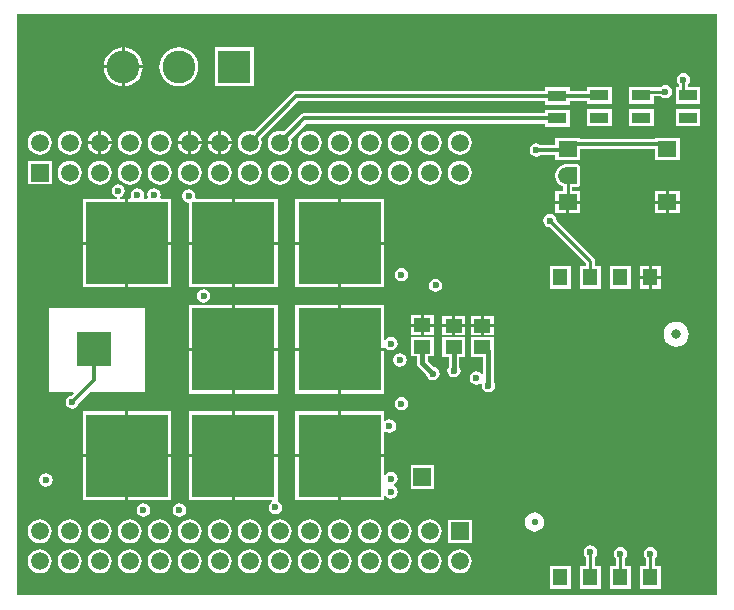
<source format=gtl>
G04*
G04 #@! TF.GenerationSoftware,Altium Limited,Altium Designer,22.0.2 (36)*
G04*
G04 Layer_Physical_Order=1*
G04 Layer_Color=255*
%FSLAX25Y25*%
%MOIN*%
G70*
G04*
G04 #@! TF.SameCoordinates,1C5B4622-B4AA-4E77-B977-5182896014AD*
G04*
G04*
G04 #@! TF.FilePolarity,Positive*
G04*
G01*
G75*
%ADD13R,0.06299X0.05492*%
%ADD14R,0.11811X0.11811*%
%ADD15R,0.27559X0.27559*%
%ADD16R,0.05709X0.04528*%
%ADD17R,0.05118X0.05512*%
%ADD18R,0.06102X0.03740*%
%ADD33R,0.01968X0.01968*%
%ADD34C,0.01373*%
%ADD35C,0.01000*%
%ADD36C,0.01500*%
%ADD37C,0.10925*%
%ADD38R,0.10925X0.10925*%
%ADD39C,0.05906*%
%ADD40R,0.05906X0.05906*%
%ADD41C,0.03150*%
%ADD42C,0.02165*%
%ADD43R,0.05906X0.05906*%
%ADD44C,0.02362*%
%ADD45C,0.01968*%
G36*
X234691Y1529D02*
X1529D01*
Y195321D01*
X234691D01*
Y1529D01*
D02*
G37*
%LPC*%
G36*
X37303Y184216D02*
Y178272D01*
X43248D01*
X43172Y179039D01*
X42803Y180257D01*
X42203Y181379D01*
X41395Y182363D01*
X40411Y183171D01*
X39288Y183771D01*
X38070Y184141D01*
X37303Y184216D01*
D02*
G37*
G36*
X36303D02*
X35536Y184141D01*
X34318Y183771D01*
X33195Y183171D01*
X32211Y182363D01*
X31404Y181379D01*
X30804Y180257D01*
X30434Y179039D01*
X30358Y178272D01*
X36303D01*
Y184216D01*
D02*
G37*
G36*
X43248Y177272D02*
X37303D01*
Y171327D01*
X38070Y171403D01*
X39288Y171772D01*
X40411Y172372D01*
X41395Y173180D01*
X42203Y174164D01*
X42803Y175287D01*
X43172Y176505D01*
X43248Y177272D01*
D02*
G37*
G36*
X36303D02*
X30358D01*
X30434Y176505D01*
X30804Y175287D01*
X31404Y174164D01*
X32211Y173180D01*
X33195Y172372D01*
X34318Y171772D01*
X35536Y171403D01*
X36303Y171327D01*
Y177272D01*
D02*
G37*
G36*
X80274Y184234D02*
X67348D01*
Y171309D01*
X80274D01*
Y184234D01*
D02*
G37*
G36*
X55307Y184265D02*
X54040Y184141D01*
X52822Y183771D01*
X51699Y183171D01*
X50715Y182363D01*
X49908Y181379D01*
X49308Y180257D01*
X48938Y179039D01*
X48813Y177772D01*
X48938Y176505D01*
X49308Y175287D01*
X49908Y174164D01*
X50715Y173180D01*
X51699Y172372D01*
X52822Y171772D01*
X54040Y171403D01*
X55307Y171278D01*
X56574Y171403D01*
X57792Y171772D01*
X58915Y172372D01*
X59899Y173180D01*
X60707Y174164D01*
X61307Y175287D01*
X61676Y176505D01*
X61801Y177772D01*
X61676Y179039D01*
X61307Y180257D01*
X60707Y181379D01*
X59899Y182363D01*
X58915Y183171D01*
X57792Y183771D01*
X56574Y184141D01*
X55307Y184265D01*
D02*
G37*
G36*
X217500Y171724D02*
X216649Y171555D01*
X215928Y171072D01*
X215899Y171029D01*
X213551D01*
Y171110D01*
X205449D01*
Y165370D01*
X213551D01*
Y167971D01*
X215899D01*
X215928Y167928D01*
X216649Y167446D01*
X217500Y167276D01*
X218351Y167446D01*
X219073Y167928D01*
X219555Y168649D01*
X219724Y169500D01*
X219555Y170351D01*
X219073Y171072D01*
X218351Y171555D01*
X217500Y171724D01*
D02*
G37*
G36*
X199551Y171110D02*
X191449D01*
Y169840D01*
X185551D01*
Y170870D01*
X177449D01*
Y169720D01*
X94449D01*
X94449Y169720D01*
X93791Y169589D01*
X93233Y169216D01*
X80255Y156238D01*
X79981Y156351D01*
X78949Y156487D01*
X77917Y156351D01*
X76955Y155953D01*
X76130Y155319D01*
X75496Y154493D01*
X75098Y153532D01*
X74962Y152500D01*
X75098Y151468D01*
X75496Y150507D01*
X76130Y149681D01*
X76955Y149047D01*
X77917Y148649D01*
X78949Y148513D01*
X79981Y148649D01*
X80942Y149047D01*
X81768Y149681D01*
X82402Y150507D01*
X82800Y151468D01*
X82936Y152500D01*
X82800Y153532D01*
X82686Y153806D01*
X95161Y166280D01*
X177449D01*
Y165130D01*
X185551D01*
Y166401D01*
X191449D01*
Y165370D01*
X199551D01*
Y171110D01*
D02*
G37*
G36*
X223500Y175724D02*
X222649Y175555D01*
X221927Y175073D01*
X221445Y174351D01*
X221276Y173500D01*
X221445Y172649D01*
X221927Y171927D01*
X221971Y171899D01*
Y171110D01*
X220949D01*
Y165370D01*
X229051D01*
Y171110D01*
X225029D01*
Y171899D01*
X225073Y171927D01*
X225555Y172649D01*
X225724Y173500D01*
X225555Y174351D01*
X225073Y175073D01*
X224351Y175555D01*
X223500Y175724D01*
D02*
G37*
G36*
X185551Y163390D02*
X177449D01*
Y162239D01*
X96969D01*
X96969Y162239D01*
X96311Y162108D01*
X95753Y161736D01*
X90255Y156238D01*
X89981Y156351D01*
X88949Y156487D01*
X87917Y156351D01*
X86955Y155953D01*
X86130Y155319D01*
X85496Y154493D01*
X85098Y153532D01*
X84962Y152500D01*
X85098Y151468D01*
X85496Y150507D01*
X86130Y149681D01*
X86955Y149047D01*
X87917Y148649D01*
X88949Y148513D01*
X89981Y148649D01*
X90942Y149047D01*
X91768Y149681D01*
X92401Y150507D01*
X92800Y151468D01*
X92936Y152500D01*
X92800Y153532D01*
X92686Y153806D01*
X97681Y158800D01*
X177449D01*
Y157650D01*
X185551D01*
Y163390D01*
D02*
G37*
G36*
X229051Y163630D02*
X220949D01*
Y157890D01*
X229051D01*
Y163630D01*
D02*
G37*
G36*
X213551D02*
X205449D01*
Y157890D01*
X213551D01*
Y163630D01*
D02*
G37*
G36*
X199551D02*
X191449D01*
Y157890D01*
X199551D01*
Y163630D01*
D02*
G37*
G36*
X222205Y154095D02*
X213906D01*
Y153720D01*
X189094D01*
Y154095D01*
X180795D01*
Y151720D01*
X175852D01*
X175351Y152055D01*
X174500Y152224D01*
X173649Y152055D01*
X172927Y151573D01*
X172445Y150851D01*
X172276Y150000D01*
X172445Y149149D01*
X172927Y148427D01*
X173649Y147945D01*
X174500Y147776D01*
X175351Y147945D01*
X175852Y148280D01*
X180795D01*
Y146602D01*
X189094D01*
Y150280D01*
X213906D01*
Y146602D01*
X222205D01*
Y154095D01*
D02*
G37*
G36*
X69449Y156421D02*
Y153000D01*
X72870D01*
X72800Y153532D01*
X72401Y154493D01*
X71768Y155319D01*
X70942Y155953D01*
X69981Y156351D01*
X69449Y156421D01*
D02*
G37*
G36*
X68449D02*
X67917Y156351D01*
X66955Y155953D01*
X66130Y155319D01*
X65496Y154493D01*
X65098Y153532D01*
X65028Y153000D01*
X68449D01*
Y156421D01*
D02*
G37*
G36*
X59449D02*
Y153000D01*
X62870D01*
X62800Y153532D01*
X62401Y154493D01*
X61768Y155319D01*
X60942Y155953D01*
X59981Y156351D01*
X59449Y156421D01*
D02*
G37*
G36*
X58449D02*
X57917Y156351D01*
X56955Y155953D01*
X56130Y155319D01*
X55496Y154493D01*
X55098Y153532D01*
X55028Y153000D01*
X58449D01*
Y156421D01*
D02*
G37*
G36*
X29449D02*
Y153000D01*
X32870D01*
X32800Y153532D01*
X32401Y154493D01*
X31768Y155319D01*
X30942Y155953D01*
X29981Y156351D01*
X29449Y156421D01*
D02*
G37*
G36*
X28449D02*
X27917Y156351D01*
X26955Y155953D01*
X26130Y155319D01*
X25496Y154493D01*
X25098Y153532D01*
X25028Y153000D01*
X28449D01*
Y156421D01*
D02*
G37*
G36*
X72870Y152000D02*
X69449D01*
Y148579D01*
X69981Y148649D01*
X70942Y149047D01*
X71768Y149681D01*
X72401Y150507D01*
X72800Y151468D01*
X72870Y152000D01*
D02*
G37*
G36*
X68449D02*
X65028D01*
X65098Y151468D01*
X65496Y150507D01*
X66130Y149681D01*
X66955Y149047D01*
X67917Y148649D01*
X68449Y148579D01*
Y152000D01*
D02*
G37*
G36*
X62870D02*
X59449D01*
Y148579D01*
X59981Y148649D01*
X60942Y149047D01*
X61768Y149681D01*
X62401Y150507D01*
X62800Y151468D01*
X62870Y152000D01*
D02*
G37*
G36*
X58449D02*
X55028D01*
X55098Y151468D01*
X55496Y150507D01*
X56130Y149681D01*
X56955Y149047D01*
X57917Y148649D01*
X58449Y148579D01*
Y152000D01*
D02*
G37*
G36*
X32870D02*
X29449D01*
Y148579D01*
X29981Y148649D01*
X30942Y149047D01*
X31768Y149681D01*
X32401Y150507D01*
X32800Y151468D01*
X32870Y152000D01*
D02*
G37*
G36*
X28449D02*
X25028D01*
X25098Y151468D01*
X25496Y150507D01*
X26130Y149681D01*
X26955Y149047D01*
X27917Y148649D01*
X28449Y148579D01*
Y152000D01*
D02*
G37*
G36*
X148949Y156487D02*
X147917Y156351D01*
X146955Y155953D01*
X146130Y155319D01*
X145496Y154493D01*
X145098Y153532D01*
X144962Y152500D01*
X145098Y151468D01*
X145496Y150507D01*
X146130Y149681D01*
X146955Y149047D01*
X147917Y148649D01*
X148949Y148513D01*
X149981Y148649D01*
X150942Y149047D01*
X151768Y149681D01*
X152401Y150507D01*
X152800Y151468D01*
X152936Y152500D01*
X152800Y153532D01*
X152401Y154493D01*
X151768Y155319D01*
X150942Y155953D01*
X149981Y156351D01*
X148949Y156487D01*
D02*
G37*
G36*
X138949D02*
X137917Y156351D01*
X136955Y155953D01*
X136130Y155319D01*
X135496Y154493D01*
X135098Y153532D01*
X134962Y152500D01*
X135098Y151468D01*
X135496Y150507D01*
X136130Y149681D01*
X136955Y149047D01*
X137917Y148649D01*
X138949Y148513D01*
X139981Y148649D01*
X140942Y149047D01*
X141768Y149681D01*
X142402Y150507D01*
X142800Y151468D01*
X142936Y152500D01*
X142800Y153532D01*
X142402Y154493D01*
X141768Y155319D01*
X140942Y155953D01*
X139981Y156351D01*
X138949Y156487D01*
D02*
G37*
G36*
X128949D02*
X127917Y156351D01*
X126955Y155953D01*
X126130Y155319D01*
X125496Y154493D01*
X125098Y153532D01*
X124962Y152500D01*
X125098Y151468D01*
X125496Y150507D01*
X126130Y149681D01*
X126955Y149047D01*
X127917Y148649D01*
X128949Y148513D01*
X129981Y148649D01*
X130942Y149047D01*
X131768Y149681D01*
X132402Y150507D01*
X132800Y151468D01*
X132936Y152500D01*
X132800Y153532D01*
X132402Y154493D01*
X131768Y155319D01*
X130942Y155953D01*
X129981Y156351D01*
X128949Y156487D01*
D02*
G37*
G36*
X118949D02*
X117917Y156351D01*
X116955Y155953D01*
X116130Y155319D01*
X115496Y154493D01*
X115098Y153532D01*
X114962Y152500D01*
X115098Y151468D01*
X115496Y150507D01*
X116130Y149681D01*
X116955Y149047D01*
X117917Y148649D01*
X118949Y148513D01*
X119981Y148649D01*
X120942Y149047D01*
X121768Y149681D01*
X122401Y150507D01*
X122800Y151468D01*
X122936Y152500D01*
X122800Y153532D01*
X122401Y154493D01*
X121768Y155319D01*
X120942Y155953D01*
X119981Y156351D01*
X118949Y156487D01*
D02*
G37*
G36*
X108949D02*
X107917Y156351D01*
X106955Y155953D01*
X106130Y155319D01*
X105496Y154493D01*
X105098Y153532D01*
X104962Y152500D01*
X105098Y151468D01*
X105496Y150507D01*
X106130Y149681D01*
X106955Y149047D01*
X107917Y148649D01*
X108949Y148513D01*
X109981Y148649D01*
X110942Y149047D01*
X111768Y149681D01*
X112401Y150507D01*
X112800Y151468D01*
X112936Y152500D01*
X112800Y153532D01*
X112401Y154493D01*
X111768Y155319D01*
X110942Y155953D01*
X109981Y156351D01*
X108949Y156487D01*
D02*
G37*
G36*
X98949D02*
X97917Y156351D01*
X96955Y155953D01*
X96130Y155319D01*
X95496Y154493D01*
X95098Y153532D01*
X94962Y152500D01*
X95098Y151468D01*
X95496Y150507D01*
X96130Y149681D01*
X96955Y149047D01*
X97917Y148649D01*
X98949Y148513D01*
X99981Y148649D01*
X100942Y149047D01*
X101768Y149681D01*
X102401Y150507D01*
X102800Y151468D01*
X102936Y152500D01*
X102800Y153532D01*
X102401Y154493D01*
X101768Y155319D01*
X100942Y155953D01*
X99981Y156351D01*
X98949Y156487D01*
D02*
G37*
G36*
X48949D02*
X47917Y156351D01*
X46955Y155953D01*
X46130Y155319D01*
X45496Y154493D01*
X45098Y153532D01*
X44962Y152500D01*
X45098Y151468D01*
X45496Y150507D01*
X46130Y149681D01*
X46955Y149047D01*
X47917Y148649D01*
X48949Y148513D01*
X49981Y148649D01*
X50942Y149047D01*
X51768Y149681D01*
X52402Y150507D01*
X52800Y151468D01*
X52936Y152500D01*
X52800Y153532D01*
X52402Y154493D01*
X51768Y155319D01*
X50942Y155953D01*
X49981Y156351D01*
X48949Y156487D01*
D02*
G37*
G36*
X38949D02*
X37917Y156351D01*
X36955Y155953D01*
X36130Y155319D01*
X35496Y154493D01*
X35098Y153532D01*
X34962Y152500D01*
X35098Y151468D01*
X35496Y150507D01*
X36130Y149681D01*
X36955Y149047D01*
X37917Y148649D01*
X38949Y148513D01*
X39981Y148649D01*
X40942Y149047D01*
X41768Y149681D01*
X42401Y150507D01*
X42800Y151468D01*
X42936Y152500D01*
X42800Y153532D01*
X42401Y154493D01*
X41768Y155319D01*
X40942Y155953D01*
X39981Y156351D01*
X38949Y156487D01*
D02*
G37*
G36*
X18949D02*
X17917Y156351D01*
X16955Y155953D01*
X16130Y155319D01*
X15496Y154493D01*
X15098Y153532D01*
X14962Y152500D01*
X15098Y151468D01*
X15496Y150507D01*
X16130Y149681D01*
X16955Y149047D01*
X17917Y148649D01*
X18949Y148513D01*
X19981Y148649D01*
X20942Y149047D01*
X21768Y149681D01*
X22401Y150507D01*
X22800Y151468D01*
X22936Y152500D01*
X22800Y153532D01*
X22401Y154493D01*
X21768Y155319D01*
X20942Y155953D01*
X19981Y156351D01*
X18949Y156487D01*
D02*
G37*
G36*
X8949D02*
X7917Y156351D01*
X6955Y155953D01*
X6130Y155319D01*
X5496Y154493D01*
X5098Y153532D01*
X4962Y152500D01*
X5098Y151468D01*
X5496Y150507D01*
X6130Y149681D01*
X6955Y149047D01*
X7917Y148649D01*
X8949Y148513D01*
X9981Y148649D01*
X10942Y149047D01*
X11768Y149681D01*
X12402Y150507D01*
X12800Y151468D01*
X12936Y152500D01*
X12800Y153532D01*
X12402Y154493D01*
X11768Y155319D01*
X10942Y155953D01*
X9981Y156351D01*
X8949Y156487D01*
D02*
G37*
G36*
X188094Y145275D02*
X184551D01*
X184525Y145270D01*
X184498Y145274D01*
X184210Y145259D01*
X184158Y145246D01*
X184104Y145248D01*
X183819Y145203D01*
X183768Y145184D01*
X183714Y145180D01*
X183436Y145106D01*
X183387Y145082D01*
X183334Y145073D01*
X183065Y144969D01*
X183019Y144941D01*
X182967Y144926D01*
X182710Y144795D01*
X182668Y144762D01*
X182618Y144742D01*
X182376Y144585D01*
X182337Y144547D01*
X182290Y144522D01*
X182065Y144340D01*
X182031Y144299D01*
X181986Y144269D01*
X181782Y144065D01*
X181752Y144020D01*
X181711Y143986D01*
X181529Y143762D01*
X181504Y143714D01*
X181466Y143675D01*
X181309Y143433D01*
X181289Y143383D01*
X181256Y143341D01*
X181125Y143084D01*
X181110Y143032D01*
X181082Y142986D01*
X180978Y142717D01*
X180969Y142664D01*
X180945Y142615D01*
X180871Y142337D01*
X180867Y142283D01*
X180849Y142233D01*
X180803Y141948D01*
X180806Y141894D01*
X180792Y141841D01*
X180777Y141553D01*
X180785Y141500D01*
X180777Y141447D01*
X180792Y141159D01*
X180806Y141106D01*
X180803Y141052D01*
X180849Y140768D01*
X180867Y140717D01*
X180871Y140663D01*
X180945Y140384D01*
X180969Y140336D01*
X180978Y140283D01*
X181082Y140014D01*
X181110Y139968D01*
X181125Y139916D01*
X181256Y139659D01*
X181289Y139617D01*
X181309Y139567D01*
X181466Y139325D01*
X181504Y139286D01*
X181529Y139239D01*
X181711Y139014D01*
X181752Y138980D01*
X181782Y138935D01*
X181986Y138731D01*
X182031Y138701D01*
X182065Y138660D01*
X182290Y138478D01*
X182337Y138453D01*
X182376Y138415D01*
X182618Y138258D01*
X182668Y138238D01*
X182710Y138205D01*
X182967Y138074D01*
X183019Y138059D01*
X183065Y138031D01*
X183334Y137927D01*
X183387Y137918D01*
X183415Y137904D01*
Y136398D01*
X180795D01*
Y133152D01*
X189094D01*
Y136398D01*
X186474D01*
Y137724D01*
X188094D01*
X188485Y137802D01*
X188815Y138023D01*
X189037Y138354D01*
X189114Y138744D01*
Y144256D01*
X189037Y144646D01*
X188815Y144977D01*
X188485Y145198D01*
X188094Y145275D01*
D02*
G37*
G36*
X12902Y146453D02*
X4996D01*
Y138547D01*
X12902D01*
Y146453D01*
D02*
G37*
G36*
X148949Y146487D02*
X147917Y146351D01*
X146955Y145953D01*
X146130Y145319D01*
X145496Y144493D01*
X145098Y143532D01*
X144962Y142500D01*
X145098Y141468D01*
X145496Y140507D01*
X146130Y139681D01*
X146955Y139047D01*
X147917Y138649D01*
X148949Y138513D01*
X149981Y138649D01*
X150942Y139047D01*
X151768Y139681D01*
X152401Y140507D01*
X152800Y141468D01*
X152936Y142500D01*
X152800Y143532D01*
X152401Y144493D01*
X151768Y145319D01*
X150942Y145953D01*
X149981Y146351D01*
X148949Y146487D01*
D02*
G37*
G36*
X138949D02*
X137917Y146351D01*
X136955Y145953D01*
X136130Y145319D01*
X135496Y144493D01*
X135098Y143532D01*
X134962Y142500D01*
X135098Y141468D01*
X135496Y140507D01*
X136130Y139681D01*
X136955Y139047D01*
X137917Y138649D01*
X138949Y138513D01*
X139981Y138649D01*
X140942Y139047D01*
X141768Y139681D01*
X142402Y140507D01*
X142800Y141468D01*
X142936Y142500D01*
X142800Y143532D01*
X142402Y144493D01*
X141768Y145319D01*
X140942Y145953D01*
X139981Y146351D01*
X138949Y146487D01*
D02*
G37*
G36*
X128949D02*
X127917Y146351D01*
X126955Y145953D01*
X126130Y145319D01*
X125496Y144493D01*
X125098Y143532D01*
X124962Y142500D01*
X125098Y141468D01*
X125496Y140507D01*
X126130Y139681D01*
X126955Y139047D01*
X127917Y138649D01*
X128949Y138513D01*
X129981Y138649D01*
X130942Y139047D01*
X131768Y139681D01*
X132402Y140507D01*
X132800Y141468D01*
X132936Y142500D01*
X132800Y143532D01*
X132402Y144493D01*
X131768Y145319D01*
X130942Y145953D01*
X129981Y146351D01*
X128949Y146487D01*
D02*
G37*
G36*
X118949D02*
X117917Y146351D01*
X116955Y145953D01*
X116130Y145319D01*
X115496Y144493D01*
X115098Y143532D01*
X114962Y142500D01*
X115098Y141468D01*
X115496Y140507D01*
X116130Y139681D01*
X116955Y139047D01*
X117917Y138649D01*
X118949Y138513D01*
X119981Y138649D01*
X120942Y139047D01*
X121768Y139681D01*
X122401Y140507D01*
X122800Y141468D01*
X122936Y142500D01*
X122800Y143532D01*
X122401Y144493D01*
X121768Y145319D01*
X120942Y145953D01*
X119981Y146351D01*
X118949Y146487D01*
D02*
G37*
G36*
X108949D02*
X107917Y146351D01*
X106955Y145953D01*
X106130Y145319D01*
X105496Y144493D01*
X105098Y143532D01*
X104962Y142500D01*
X105098Y141468D01*
X105496Y140507D01*
X106130Y139681D01*
X106955Y139047D01*
X107917Y138649D01*
X108949Y138513D01*
X109981Y138649D01*
X110942Y139047D01*
X111768Y139681D01*
X112401Y140507D01*
X112800Y141468D01*
X112936Y142500D01*
X112800Y143532D01*
X112401Y144493D01*
X111768Y145319D01*
X110942Y145953D01*
X109981Y146351D01*
X108949Y146487D01*
D02*
G37*
G36*
X98949D02*
X97917Y146351D01*
X96955Y145953D01*
X96130Y145319D01*
X95496Y144493D01*
X95098Y143532D01*
X94962Y142500D01*
X95098Y141468D01*
X95496Y140507D01*
X96130Y139681D01*
X96955Y139047D01*
X97917Y138649D01*
X98949Y138513D01*
X99981Y138649D01*
X100942Y139047D01*
X101768Y139681D01*
X102401Y140507D01*
X102800Y141468D01*
X102936Y142500D01*
X102800Y143532D01*
X102401Y144493D01*
X101768Y145319D01*
X100942Y145953D01*
X99981Y146351D01*
X98949Y146487D01*
D02*
G37*
G36*
X88949D02*
X87917Y146351D01*
X86955Y145953D01*
X86130Y145319D01*
X85496Y144493D01*
X85098Y143532D01*
X84962Y142500D01*
X85098Y141468D01*
X85496Y140507D01*
X86130Y139681D01*
X86955Y139047D01*
X87917Y138649D01*
X88949Y138513D01*
X89981Y138649D01*
X90942Y139047D01*
X91768Y139681D01*
X92401Y140507D01*
X92800Y141468D01*
X92936Y142500D01*
X92800Y143532D01*
X92401Y144493D01*
X91768Y145319D01*
X90942Y145953D01*
X89981Y146351D01*
X88949Y146487D01*
D02*
G37*
G36*
X78949D02*
X77917Y146351D01*
X76955Y145953D01*
X76130Y145319D01*
X75496Y144493D01*
X75098Y143532D01*
X74962Y142500D01*
X75098Y141468D01*
X75496Y140507D01*
X76130Y139681D01*
X76955Y139047D01*
X77917Y138649D01*
X78949Y138513D01*
X79981Y138649D01*
X80942Y139047D01*
X81768Y139681D01*
X82402Y140507D01*
X82800Y141468D01*
X82936Y142500D01*
X82800Y143532D01*
X82402Y144493D01*
X81768Y145319D01*
X80942Y145953D01*
X79981Y146351D01*
X78949Y146487D01*
D02*
G37*
G36*
X68949D02*
X67917Y146351D01*
X66955Y145953D01*
X66130Y145319D01*
X65496Y144493D01*
X65098Y143532D01*
X64962Y142500D01*
X65098Y141468D01*
X65496Y140507D01*
X66130Y139681D01*
X66955Y139047D01*
X67917Y138649D01*
X68949Y138513D01*
X69981Y138649D01*
X70942Y139047D01*
X71768Y139681D01*
X72401Y140507D01*
X72800Y141468D01*
X72936Y142500D01*
X72800Y143532D01*
X72401Y144493D01*
X71768Y145319D01*
X70942Y145953D01*
X69981Y146351D01*
X68949Y146487D01*
D02*
G37*
G36*
X58949D02*
X57917Y146351D01*
X56955Y145953D01*
X56130Y145319D01*
X55496Y144493D01*
X55098Y143532D01*
X54962Y142500D01*
X55098Y141468D01*
X55496Y140507D01*
X56130Y139681D01*
X56955Y139047D01*
X57917Y138649D01*
X58949Y138513D01*
X59981Y138649D01*
X60942Y139047D01*
X61768Y139681D01*
X62401Y140507D01*
X62800Y141468D01*
X62936Y142500D01*
X62800Y143532D01*
X62401Y144493D01*
X61768Y145319D01*
X60942Y145953D01*
X59981Y146351D01*
X58949Y146487D01*
D02*
G37*
G36*
X48949D02*
X47917Y146351D01*
X46955Y145953D01*
X46130Y145319D01*
X45496Y144493D01*
X45098Y143532D01*
X44962Y142500D01*
X45098Y141468D01*
X45496Y140507D01*
X46130Y139681D01*
X46955Y139047D01*
X47917Y138649D01*
X48949Y138513D01*
X49981Y138649D01*
X50942Y139047D01*
X51768Y139681D01*
X52402Y140507D01*
X52800Y141468D01*
X52936Y142500D01*
X52800Y143532D01*
X52402Y144493D01*
X51768Y145319D01*
X50942Y145953D01*
X49981Y146351D01*
X48949Y146487D01*
D02*
G37*
G36*
X38949D02*
X37917Y146351D01*
X36955Y145953D01*
X36130Y145319D01*
X35496Y144493D01*
X35098Y143532D01*
X34962Y142500D01*
X35098Y141468D01*
X35496Y140507D01*
X36130Y139681D01*
X36955Y139047D01*
X37917Y138649D01*
X38949Y138513D01*
X39981Y138649D01*
X40942Y139047D01*
X41768Y139681D01*
X42401Y140507D01*
X42800Y141468D01*
X42936Y142500D01*
X42800Y143532D01*
X42401Y144493D01*
X41768Y145319D01*
X40942Y145953D01*
X39981Y146351D01*
X38949Y146487D01*
D02*
G37*
G36*
X28949D02*
X27917Y146351D01*
X26955Y145953D01*
X26130Y145319D01*
X25496Y144493D01*
X25098Y143532D01*
X24962Y142500D01*
X25098Y141468D01*
X25496Y140507D01*
X26130Y139681D01*
X26955Y139047D01*
X27917Y138649D01*
X28949Y138513D01*
X29981Y138649D01*
X30942Y139047D01*
X31768Y139681D01*
X32401Y140507D01*
X32800Y141468D01*
X32936Y142500D01*
X32800Y143532D01*
X32401Y144493D01*
X31768Y145319D01*
X30942Y145953D01*
X29981Y146351D01*
X28949Y146487D01*
D02*
G37*
G36*
X18949D02*
X17917Y146351D01*
X16955Y145953D01*
X16130Y145319D01*
X15496Y144493D01*
X15098Y143532D01*
X14962Y142500D01*
X15098Y141468D01*
X15496Y140507D01*
X16130Y139681D01*
X16955Y139047D01*
X17917Y138649D01*
X18949Y138513D01*
X19981Y138649D01*
X20942Y139047D01*
X21768Y139681D01*
X22401Y140507D01*
X22800Y141468D01*
X22936Y142500D01*
X22800Y143532D01*
X22401Y144493D01*
X21768Y145319D01*
X20942Y145953D01*
X19981Y146351D01*
X18949Y146487D01*
D02*
G37*
G36*
X47000Y137224D02*
X46149Y137055D01*
X45428Y136573D01*
X44945Y135851D01*
X44776Y135000D01*
X44919Y134280D01*
X44637Y133780D01*
X43863D01*
X43580Y134280D01*
X43724Y135000D01*
X43555Y135851D01*
X43073Y136573D01*
X42351Y137055D01*
X41500Y137224D01*
X40649Y137055D01*
X39928Y136573D01*
X39445Y135851D01*
X39276Y135000D01*
X39419Y134280D01*
X39137Y133780D01*
X38500D01*
Y119500D01*
X52780D01*
Y133780D01*
X49363D01*
X49081Y134280D01*
X49224Y135000D01*
X49055Y135851D01*
X48572Y136573D01*
X47851Y137055D01*
X47000Y137224D01*
D02*
G37*
G36*
X222205Y136398D02*
X218555D01*
Y133151D01*
X222205D01*
Y136398D01*
D02*
G37*
G36*
X217555D02*
X213906D01*
Y133151D01*
X217555D01*
Y136398D01*
D02*
G37*
G36*
X222205Y132151D02*
X218555D01*
Y128905D01*
X222205D01*
Y132151D01*
D02*
G37*
G36*
X217555D02*
X213906D01*
Y128905D01*
X217555D01*
Y132151D01*
D02*
G37*
G36*
X189094Y132152D02*
X185445D01*
Y128905D01*
X189094D01*
Y132152D01*
D02*
G37*
G36*
X184445D02*
X180795D01*
Y128905D01*
X184445D01*
Y132152D01*
D02*
G37*
G36*
X88213Y133780D02*
X73933D01*
Y119500D01*
X88213D01*
Y133780D01*
D02*
G37*
G36*
X58585Y136905D02*
X57734Y136736D01*
X57013Y136254D01*
X56531Y135532D01*
X56361Y134681D01*
X56531Y133830D01*
X57013Y133109D01*
X57734Y132626D01*
X58585Y132457D01*
X58653Y132401D01*
Y119500D01*
X72933D01*
Y133780D01*
X61140D01*
X60729Y134280D01*
X60809Y134681D01*
X60640Y135532D01*
X60158Y136254D01*
X59436Y136736D01*
X58585Y136905D01*
D02*
G37*
G36*
X123646Y133780D02*
X109366D01*
Y119500D01*
X123646D01*
Y133780D01*
D02*
G37*
G36*
X108366D02*
X94087D01*
Y119500D01*
X108366D01*
Y133780D01*
D02*
G37*
G36*
X35138Y138641D02*
X34287Y138472D01*
X33565Y137990D01*
X33083Y137268D01*
X32914Y136417D01*
X33083Y135566D01*
X33565Y134845D01*
X34287Y134363D01*
X34705Y134280D01*
X34656Y133780D01*
X23221D01*
Y119500D01*
X37500D01*
Y133780D01*
X35620D01*
X35570Y134280D01*
X35989Y134363D01*
X36710Y134845D01*
X37192Y135566D01*
X37362Y136417D01*
X37192Y137268D01*
X36710Y137990D01*
X35989Y138472D01*
X35138Y138641D01*
D02*
G37*
G36*
X216059Y111339D02*
X213000D01*
Y108083D01*
X216059D01*
Y111339D01*
D02*
G37*
G36*
X212000D02*
X208941D01*
Y108083D01*
X212000D01*
Y111339D01*
D02*
G37*
G36*
X129500Y110724D02*
X128649Y110555D01*
X127927Y110073D01*
X127445Y109351D01*
X127276Y108500D01*
X127445Y107649D01*
X127927Y106928D01*
X128649Y106446D01*
X129500Y106276D01*
X130351Y106446D01*
X131072Y106928D01*
X131554Y107649D01*
X131724Y108500D01*
X131554Y109351D01*
X131072Y110073D01*
X130351Y110555D01*
X129500Y110724D01*
D02*
G37*
G36*
X123646Y118500D02*
X109366D01*
Y104220D01*
X123646D01*
Y118500D01*
D02*
G37*
G36*
X108366D02*
X94087D01*
Y104220D01*
X108366D01*
Y118500D01*
D02*
G37*
G36*
X88213Y118500D02*
X73933D01*
Y104220D01*
X88213D01*
Y118500D01*
D02*
G37*
G36*
X72933D02*
X58653D01*
Y104220D01*
X72933D01*
Y118500D01*
D02*
G37*
G36*
X52780Y118500D02*
X38500D01*
Y104220D01*
X52780D01*
Y118500D01*
D02*
G37*
G36*
X37500D02*
X23221D01*
Y104220D01*
X37500D01*
Y118500D01*
D02*
G37*
G36*
X216059Y107083D02*
X213000D01*
Y103827D01*
X216059D01*
Y107083D01*
D02*
G37*
G36*
X212000D02*
X208941D01*
Y103827D01*
X212000D01*
Y107083D01*
D02*
G37*
G36*
X206059Y111339D02*
X198941D01*
Y103827D01*
X206059D01*
Y111339D01*
D02*
G37*
G36*
X179000Y128724D02*
X178149Y128554D01*
X177427Y128073D01*
X176945Y127351D01*
X176776Y126500D01*
X176945Y125649D01*
X177427Y124927D01*
X178149Y124445D01*
X179000Y124276D01*
X179051Y124286D01*
X190971Y112366D01*
Y111339D01*
X188941D01*
Y103827D01*
X196059D01*
Y111339D01*
X194029D01*
Y113000D01*
X193913Y113585D01*
X193581Y114081D01*
X181214Y126449D01*
X181224Y126500D01*
X181054Y127351D01*
X180572Y128073D01*
X179851Y128554D01*
X179000Y128724D01*
D02*
G37*
G36*
X186059Y111339D02*
X178941D01*
Y103827D01*
X186059D01*
Y111339D01*
D02*
G37*
G36*
X140911Y107135D02*
X140060Y106966D01*
X139339Y106484D01*
X138857Y105762D01*
X138688Y104911D01*
X138857Y104060D01*
X139339Y103339D01*
X140060Y102857D01*
X140911Y102688D01*
X141762Y102857D01*
X142484Y103339D01*
X142966Y104060D01*
X143135Y104911D01*
X142966Y105762D01*
X142484Y106484D01*
X141762Y106966D01*
X140911Y107135D01*
D02*
G37*
G36*
X63563Y103606D02*
X62712Y103437D01*
X61990Y102954D01*
X61509Y102233D01*
X61339Y101382D01*
X61509Y100531D01*
X61990Y99809D01*
X62712Y99327D01*
X63563Y99158D01*
X64414Y99327D01*
X65136Y99809D01*
X65618Y100531D01*
X65787Y101382D01*
X65618Y102233D01*
X65136Y102954D01*
X64414Y103437D01*
X63563Y103606D01*
D02*
G37*
G36*
X140354Y94850D02*
X137000D01*
Y92087D01*
X140354D01*
Y94850D01*
D02*
G37*
G36*
X136000D02*
X132646D01*
Y92087D01*
X136000D01*
Y94850D01*
D02*
G37*
G36*
X160354Y94764D02*
X157000D01*
Y92000D01*
X160354D01*
Y94764D01*
D02*
G37*
G36*
X150854D02*
X147500D01*
Y92000D01*
X150854D01*
Y94764D01*
D02*
G37*
G36*
X156000D02*
X152646D01*
Y92000D01*
X156000D01*
Y94764D01*
D02*
G37*
G36*
X146500D02*
X143146D01*
Y92000D01*
X146500D01*
Y94764D01*
D02*
G37*
G36*
X140354Y91087D02*
X137000D01*
Y88323D01*
X140354D01*
Y91087D01*
D02*
G37*
G36*
X136000D02*
X132646D01*
Y88323D01*
X136000D01*
Y91087D01*
D02*
G37*
G36*
X160354Y91000D02*
X157000D01*
Y88236D01*
X160354D01*
Y91000D01*
D02*
G37*
G36*
X156000D02*
X152646D01*
Y88236D01*
X156000D01*
Y91000D01*
D02*
G37*
G36*
X150854D02*
X147500D01*
Y88236D01*
X150854D01*
Y91000D01*
D02*
G37*
G36*
X146500D02*
X143146D01*
Y88236D01*
X146500D01*
Y91000D01*
D02*
G37*
G36*
X221122Y92792D02*
X220039Y92649D01*
X219029Y92231D01*
X218162Y91566D01*
X217497Y90699D01*
X217079Y89690D01*
X216937Y88606D01*
X217079Y87523D01*
X217497Y86514D01*
X218162Y85647D01*
X219029Y84982D01*
X220039Y84563D01*
X221122Y84421D01*
X222205Y84563D01*
X223215Y84982D01*
X224082Y85647D01*
X224747Y86514D01*
X225165Y87523D01*
X225307Y88606D01*
X225165Y89690D01*
X224747Y90699D01*
X224082Y91566D01*
X223215Y92231D01*
X222205Y92649D01*
X221122Y92792D01*
D02*
G37*
G36*
X88213Y98347D02*
X73933D01*
Y84067D01*
X88213D01*
Y98347D01*
D02*
G37*
G36*
X72933D02*
X58653D01*
Y84067D01*
X72933D01*
Y98347D01*
D02*
G37*
G36*
X108366D02*
X94087D01*
Y84067D01*
X108366D01*
Y98347D01*
D02*
G37*
G36*
X123646D02*
X109366D01*
Y84067D01*
X123646D01*
Y84198D01*
X124146Y84349D01*
X124427Y83928D01*
X125149Y83446D01*
X126000Y83276D01*
X126851Y83446D01*
X127573Y83928D01*
X128054Y84649D01*
X128224Y85500D01*
X128054Y86351D01*
X127573Y87072D01*
X126851Y87555D01*
X126000Y87724D01*
X125149Y87555D01*
X124427Y87072D01*
X124146Y86651D01*
X123646Y86802D01*
Y98347D01*
D02*
G37*
G36*
X129000Y82224D02*
X128149Y82055D01*
X127427Y81573D01*
X126945Y80851D01*
X126776Y80000D01*
X126945Y79149D01*
X127427Y78427D01*
X128149Y77946D01*
X129000Y77776D01*
X129851Y77946D01*
X130572Y78427D01*
X131054Y79149D01*
X131224Y80000D01*
X131054Y80851D01*
X130572Y81573D01*
X129851Y82055D01*
X129000Y82224D01*
D02*
G37*
G36*
X160354Y87677D02*
X152646D01*
Y81150D01*
X156716D01*
Y75510D01*
X156216Y75358D01*
X156072Y75573D01*
X155351Y76055D01*
X154500Y76224D01*
X153649Y76055D01*
X152927Y75573D01*
X152445Y74851D01*
X152276Y74000D01*
X152445Y73149D01*
X152927Y72427D01*
X153649Y71946D01*
X154500Y71776D01*
X155351Y71946D01*
X155932Y72334D01*
X156390Y72071D01*
X156276Y71500D01*
X156446Y70649D01*
X156928Y69928D01*
X157649Y69446D01*
X158500Y69276D01*
X159351Y69446D01*
X160073Y69928D01*
X160555Y70649D01*
X160724Y71500D01*
X160555Y72351D01*
X160284Y72755D01*
Y81150D01*
X160354D01*
Y87677D01*
D02*
G37*
G36*
X150854D02*
X143146D01*
Y81150D01*
X145216D01*
Y77755D01*
X144946Y77351D01*
X144776Y76500D01*
X144946Y75649D01*
X145428Y74928D01*
X146149Y74445D01*
X147000Y74276D01*
X147851Y74445D01*
X148573Y74928D01*
X149055Y75649D01*
X149224Y76500D01*
X149055Y77351D01*
X148784Y77755D01*
Y81150D01*
X150854D01*
Y87677D01*
D02*
G37*
G36*
X140354Y87764D02*
X132646D01*
Y81236D01*
X134716D01*
Y79000D01*
X134852Y78317D01*
X135238Y77738D01*
X137850Y75126D01*
X137945Y74649D01*
X138427Y73927D01*
X139149Y73445D01*
X140000Y73276D01*
X140851Y73445D01*
X141572Y73927D01*
X142054Y74649D01*
X142224Y75500D01*
X142054Y76351D01*
X141572Y77073D01*
X140851Y77555D01*
X140374Y77649D01*
X138284Y79739D01*
Y81236D01*
X140354D01*
Y87764D01*
D02*
G37*
G36*
X123646Y83067D02*
X109366D01*
Y68787D01*
X123646D01*
Y83067D01*
D02*
G37*
G36*
X108366D02*
X94087D01*
Y68787D01*
X108366D01*
Y83067D01*
D02*
G37*
G36*
X88213Y83067D02*
X73933D01*
Y68787D01*
X88213D01*
Y83067D01*
D02*
G37*
G36*
X72933D02*
X58653D01*
Y68787D01*
X72933D01*
Y83067D01*
D02*
G37*
G36*
X44087Y97197D02*
X12197D01*
Y69500D01*
X20191D01*
X20382Y69038D01*
X19516Y68172D01*
X18925Y68054D01*
X18203Y67572D01*
X17721Y66851D01*
X17552Y66000D01*
X17721Y65149D01*
X18203Y64428D01*
X18925Y63946D01*
X19776Y63776D01*
X20627Y63946D01*
X21348Y64428D01*
X21831Y65149D01*
X21948Y65740D01*
X25708Y69500D01*
X44087D01*
Y69697D01*
Y97197D01*
D02*
G37*
G36*
X129500Y67724D02*
X128649Y67554D01*
X127927Y67072D01*
X127445Y66351D01*
X127276Y65500D01*
X127445Y64649D01*
X127927Y63928D01*
X128649Y63446D01*
X129500Y63276D01*
X130351Y63446D01*
X131072Y63928D01*
X131554Y64649D01*
X131724Y65500D01*
X131554Y66351D01*
X131072Y67072D01*
X130351Y67554D01*
X129500Y67724D01*
D02*
G37*
G36*
X123646Y62913D02*
X109366D01*
Y48634D01*
X123646D01*
Y56018D01*
X124146Y56282D01*
X124649Y55945D01*
X125500Y55776D01*
X126351Y55945D01*
X127073Y56428D01*
X127555Y57149D01*
X127724Y58000D01*
X127555Y58851D01*
X127073Y59572D01*
X126351Y60054D01*
X125500Y60224D01*
X124649Y60054D01*
X124146Y59718D01*
X123646Y59982D01*
Y62913D01*
D02*
G37*
G36*
X88213D02*
X73933D01*
Y48634D01*
X88213D01*
Y62913D01*
D02*
G37*
G36*
X72933D02*
X58653D01*
Y48634D01*
X72933D01*
Y62913D01*
D02*
G37*
G36*
X52780D02*
X38500D01*
Y48634D01*
X52780D01*
Y62913D01*
D02*
G37*
G36*
X37500D02*
X23221D01*
Y48634D01*
X37500D01*
Y62913D01*
D02*
G37*
G36*
X108366D02*
X94087D01*
Y48634D01*
X108366D01*
Y62913D01*
D02*
G37*
G36*
X11000Y42224D02*
X10149Y42055D01*
X9427Y41572D01*
X8945Y40851D01*
X8776Y40000D01*
X8945Y39149D01*
X9427Y38427D01*
X10149Y37945D01*
X11000Y37776D01*
X11851Y37945D01*
X12573Y38427D01*
X13055Y39149D01*
X13224Y40000D01*
X13055Y40851D01*
X12573Y41572D01*
X11851Y42055D01*
X11000Y42224D01*
D02*
G37*
G36*
X140453Y44953D02*
X132547D01*
Y37047D01*
X140453D01*
Y44953D01*
D02*
G37*
G36*
X123646Y47634D02*
X109366D01*
Y33354D01*
X123646D01*
Y34698D01*
X124146Y34849D01*
X124427Y34427D01*
X125149Y33945D01*
X126000Y33776D01*
X126851Y33945D01*
X127573Y34427D01*
X128054Y35149D01*
X128224Y36000D01*
X128054Y36851D01*
X127573Y37573D01*
X126974Y37972D01*
X126943Y38091D01*
Y38409D01*
X126974Y38528D01*
X127573Y38928D01*
X128054Y39649D01*
X128224Y40500D01*
X128054Y41351D01*
X127573Y42072D01*
X126851Y42555D01*
X126000Y42724D01*
X125149Y42555D01*
X124427Y42072D01*
X124146Y41651D01*
X123646Y41802D01*
Y47634D01*
D02*
G37*
G36*
X108366D02*
X94087D01*
Y33354D01*
X108366D01*
Y47634D01*
D02*
G37*
G36*
X72933Y47634D02*
X58653D01*
Y33354D01*
X72933D01*
Y47634D01*
D02*
G37*
G36*
X52780Y47634D02*
X38500D01*
Y33354D01*
X52780D01*
Y47634D01*
D02*
G37*
G36*
X37500D02*
X23221D01*
Y33354D01*
X37500D01*
Y47634D01*
D02*
G37*
G36*
X88213Y47634D02*
X73933D01*
Y33354D01*
X86363D01*
X86514Y32854D01*
X85927Y32462D01*
X85445Y31741D01*
X85276Y30890D01*
X85445Y30039D01*
X85927Y29317D01*
X86649Y28835D01*
X87500Y28666D01*
X88351Y28835D01*
X89073Y29317D01*
X89555Y30039D01*
X89724Y30890D01*
X89555Y31741D01*
X89073Y32462D01*
X88381Y32924D01*
X88279Y33184D01*
X88213Y33407D01*
X88213Y33482D01*
Y47634D01*
D02*
G37*
G36*
X55500Y32224D02*
X54649Y32055D01*
X53927Y31572D01*
X53446Y30851D01*
X53276Y30000D01*
X53446Y29149D01*
X53927Y28427D01*
X54649Y27945D01*
X55500Y27776D01*
X56351Y27945D01*
X57073Y28427D01*
X57555Y29149D01*
X57724Y30000D01*
X57555Y30851D01*
X57073Y31572D01*
X56351Y32055D01*
X55500Y32224D01*
D02*
G37*
G36*
X43500D02*
X42649Y32055D01*
X41927Y31572D01*
X41445Y30851D01*
X41276Y30000D01*
X41445Y29149D01*
X41927Y28427D01*
X42649Y27945D01*
X43500Y27776D01*
X44351Y27945D01*
X45072Y28427D01*
X45555Y29149D01*
X45724Y30000D01*
X45555Y30851D01*
X45072Y31572D01*
X44351Y32055D01*
X43500Y32224D01*
D02*
G37*
G36*
X173878Y29201D02*
X173052Y29092D01*
X172282Y28773D01*
X171620Y28265D01*
X171113Y27604D01*
X170794Y26834D01*
X170685Y26008D01*
X170794Y25181D01*
X171113Y24411D01*
X171620Y23750D01*
X172282Y23243D01*
X173052Y22924D01*
X173878Y22815D01*
X174704Y22924D01*
X175474Y23243D01*
X176136Y23750D01*
X176643Y24411D01*
X176962Y25181D01*
X177071Y26008D01*
X176962Y26834D01*
X176643Y27604D01*
X176136Y28265D01*
X175474Y28773D01*
X174704Y29092D01*
X173878Y29201D01*
D02*
G37*
G36*
X152902Y26842D02*
X144996D01*
Y18937D01*
X152902D01*
Y26842D01*
D02*
G37*
G36*
X138949Y26877D02*
X137917Y26741D01*
X136955Y26342D01*
X136130Y25709D01*
X135496Y24883D01*
X135098Y23922D01*
X134962Y22890D01*
X135098Y21858D01*
X135496Y20896D01*
X136130Y20071D01*
X136955Y19437D01*
X137917Y19039D01*
X138949Y18903D01*
X139981Y19039D01*
X140942Y19437D01*
X141768Y20071D01*
X142402Y20896D01*
X142800Y21858D01*
X142936Y22890D01*
X142800Y23922D01*
X142402Y24883D01*
X141768Y25709D01*
X140942Y26342D01*
X139981Y26741D01*
X138949Y26877D01*
D02*
G37*
G36*
X128949D02*
X127917Y26741D01*
X126955Y26342D01*
X126130Y25709D01*
X125496Y24883D01*
X125098Y23922D01*
X124962Y22890D01*
X125098Y21858D01*
X125496Y20896D01*
X126130Y20071D01*
X126955Y19437D01*
X127917Y19039D01*
X128949Y18903D01*
X129981Y19039D01*
X130942Y19437D01*
X131768Y20071D01*
X132402Y20896D01*
X132800Y21858D01*
X132936Y22890D01*
X132800Y23922D01*
X132402Y24883D01*
X131768Y25709D01*
X130942Y26342D01*
X129981Y26741D01*
X128949Y26877D01*
D02*
G37*
G36*
X118949D02*
X117917Y26741D01*
X116955Y26342D01*
X116130Y25709D01*
X115496Y24883D01*
X115098Y23922D01*
X114962Y22890D01*
X115098Y21858D01*
X115496Y20896D01*
X116130Y20071D01*
X116955Y19437D01*
X117917Y19039D01*
X118949Y18903D01*
X119981Y19039D01*
X120942Y19437D01*
X121768Y20071D01*
X122401Y20896D01*
X122800Y21858D01*
X122936Y22890D01*
X122800Y23922D01*
X122401Y24883D01*
X121768Y25709D01*
X120942Y26342D01*
X119981Y26741D01*
X118949Y26877D01*
D02*
G37*
G36*
X108949D02*
X107917Y26741D01*
X106955Y26342D01*
X106130Y25709D01*
X105496Y24883D01*
X105098Y23922D01*
X104962Y22890D01*
X105098Y21858D01*
X105496Y20896D01*
X106130Y20071D01*
X106955Y19437D01*
X107917Y19039D01*
X108949Y18903D01*
X109981Y19039D01*
X110942Y19437D01*
X111768Y20071D01*
X112401Y20896D01*
X112800Y21858D01*
X112936Y22890D01*
X112800Y23922D01*
X112401Y24883D01*
X111768Y25709D01*
X110942Y26342D01*
X109981Y26741D01*
X108949Y26877D01*
D02*
G37*
G36*
X98949D02*
X97917Y26741D01*
X96955Y26342D01*
X96130Y25709D01*
X95496Y24883D01*
X95098Y23922D01*
X94962Y22890D01*
X95098Y21858D01*
X95496Y20896D01*
X96130Y20071D01*
X96955Y19437D01*
X97917Y19039D01*
X98949Y18903D01*
X99981Y19039D01*
X100942Y19437D01*
X101768Y20071D01*
X102401Y20896D01*
X102800Y21858D01*
X102936Y22890D01*
X102800Y23922D01*
X102401Y24883D01*
X101768Y25709D01*
X100942Y26342D01*
X99981Y26741D01*
X98949Y26877D01*
D02*
G37*
G36*
X88949D02*
X87917Y26741D01*
X86955Y26342D01*
X86130Y25709D01*
X85496Y24883D01*
X85098Y23922D01*
X84962Y22890D01*
X85098Y21858D01*
X85496Y20896D01*
X86130Y20071D01*
X86955Y19437D01*
X87917Y19039D01*
X88949Y18903D01*
X89981Y19039D01*
X90942Y19437D01*
X91768Y20071D01*
X92401Y20896D01*
X92800Y21858D01*
X92936Y22890D01*
X92800Y23922D01*
X92401Y24883D01*
X91768Y25709D01*
X90942Y26342D01*
X89981Y26741D01*
X88949Y26877D01*
D02*
G37*
G36*
X78949D02*
X77917Y26741D01*
X76955Y26342D01*
X76130Y25709D01*
X75496Y24883D01*
X75098Y23922D01*
X74962Y22890D01*
X75098Y21858D01*
X75496Y20896D01*
X76130Y20071D01*
X76955Y19437D01*
X77917Y19039D01*
X78949Y18903D01*
X79981Y19039D01*
X80942Y19437D01*
X81768Y20071D01*
X82402Y20896D01*
X82800Y21858D01*
X82936Y22890D01*
X82800Y23922D01*
X82402Y24883D01*
X81768Y25709D01*
X80942Y26342D01*
X79981Y26741D01*
X78949Y26877D01*
D02*
G37*
G36*
X68949D02*
X67917Y26741D01*
X66955Y26342D01*
X66130Y25709D01*
X65496Y24883D01*
X65098Y23922D01*
X64962Y22890D01*
X65098Y21858D01*
X65496Y20896D01*
X66130Y20071D01*
X66955Y19437D01*
X67917Y19039D01*
X68949Y18903D01*
X69981Y19039D01*
X70942Y19437D01*
X71768Y20071D01*
X72401Y20896D01*
X72800Y21858D01*
X72936Y22890D01*
X72800Y23922D01*
X72401Y24883D01*
X71768Y25709D01*
X70942Y26342D01*
X69981Y26741D01*
X68949Y26877D01*
D02*
G37*
G36*
X58949D02*
X57917Y26741D01*
X56955Y26342D01*
X56130Y25709D01*
X55496Y24883D01*
X55098Y23922D01*
X54962Y22890D01*
X55098Y21858D01*
X55496Y20896D01*
X56130Y20071D01*
X56955Y19437D01*
X57917Y19039D01*
X58949Y18903D01*
X59981Y19039D01*
X60942Y19437D01*
X61768Y20071D01*
X62401Y20896D01*
X62800Y21858D01*
X62936Y22890D01*
X62800Y23922D01*
X62401Y24883D01*
X61768Y25709D01*
X60942Y26342D01*
X59981Y26741D01*
X58949Y26877D01*
D02*
G37*
G36*
X48949D02*
X47917Y26741D01*
X46955Y26342D01*
X46130Y25709D01*
X45496Y24883D01*
X45098Y23922D01*
X44962Y22890D01*
X45098Y21858D01*
X45496Y20896D01*
X46130Y20071D01*
X46955Y19437D01*
X47917Y19039D01*
X48949Y18903D01*
X49981Y19039D01*
X50942Y19437D01*
X51768Y20071D01*
X52402Y20896D01*
X52800Y21858D01*
X52936Y22890D01*
X52800Y23922D01*
X52402Y24883D01*
X51768Y25709D01*
X50942Y26342D01*
X49981Y26741D01*
X48949Y26877D01*
D02*
G37*
G36*
X38949D02*
X37917Y26741D01*
X36955Y26342D01*
X36130Y25709D01*
X35496Y24883D01*
X35098Y23922D01*
X34962Y22890D01*
X35098Y21858D01*
X35496Y20896D01*
X36130Y20071D01*
X36955Y19437D01*
X37917Y19039D01*
X38949Y18903D01*
X39981Y19039D01*
X40942Y19437D01*
X41768Y20071D01*
X42401Y20896D01*
X42800Y21858D01*
X42936Y22890D01*
X42800Y23922D01*
X42401Y24883D01*
X41768Y25709D01*
X40942Y26342D01*
X39981Y26741D01*
X38949Y26877D01*
D02*
G37*
G36*
X28949D02*
X27917Y26741D01*
X26955Y26342D01*
X26130Y25709D01*
X25496Y24883D01*
X25098Y23922D01*
X24962Y22890D01*
X25098Y21858D01*
X25496Y20896D01*
X26130Y20071D01*
X26955Y19437D01*
X27917Y19039D01*
X28949Y18903D01*
X29981Y19039D01*
X30942Y19437D01*
X31768Y20071D01*
X32401Y20896D01*
X32800Y21858D01*
X32936Y22890D01*
X32800Y23922D01*
X32401Y24883D01*
X31768Y25709D01*
X30942Y26342D01*
X29981Y26741D01*
X28949Y26877D01*
D02*
G37*
G36*
X18949D02*
X17917Y26741D01*
X16955Y26342D01*
X16130Y25709D01*
X15496Y24883D01*
X15098Y23922D01*
X14962Y22890D01*
X15098Y21858D01*
X15496Y20896D01*
X16130Y20071D01*
X16955Y19437D01*
X17917Y19039D01*
X18949Y18903D01*
X19981Y19039D01*
X20942Y19437D01*
X21768Y20071D01*
X22401Y20896D01*
X22800Y21858D01*
X22936Y22890D01*
X22800Y23922D01*
X22401Y24883D01*
X21768Y25709D01*
X20942Y26342D01*
X19981Y26741D01*
X18949Y26877D01*
D02*
G37*
G36*
X8949D02*
X7917Y26741D01*
X6955Y26342D01*
X6130Y25709D01*
X5496Y24883D01*
X5098Y23922D01*
X4962Y22890D01*
X5098Y21858D01*
X5496Y20896D01*
X6130Y20071D01*
X6955Y19437D01*
X7917Y19039D01*
X8949Y18903D01*
X9981Y19039D01*
X10942Y19437D01*
X11768Y20071D01*
X12402Y20896D01*
X12800Y21858D01*
X12936Y22890D01*
X12800Y23922D01*
X12402Y24883D01*
X11768Y25709D01*
X10942Y26342D01*
X9981Y26741D01*
X8949Y26877D01*
D02*
G37*
G36*
X148949Y16877D02*
X147917Y16741D01*
X146955Y16342D01*
X146130Y15709D01*
X145496Y14883D01*
X145098Y13922D01*
X144962Y12890D01*
X145098Y11858D01*
X145496Y10896D01*
X146130Y10071D01*
X146955Y9437D01*
X147917Y9039D01*
X148949Y8903D01*
X149981Y9039D01*
X150942Y9437D01*
X151768Y10071D01*
X152401Y10896D01*
X152800Y11858D01*
X152936Y12890D01*
X152800Y13922D01*
X152401Y14883D01*
X151768Y15709D01*
X150942Y16342D01*
X149981Y16741D01*
X148949Y16877D01*
D02*
G37*
G36*
X138949D02*
X137917Y16741D01*
X136955Y16342D01*
X136130Y15709D01*
X135496Y14883D01*
X135098Y13922D01*
X134962Y12890D01*
X135098Y11858D01*
X135496Y10896D01*
X136130Y10071D01*
X136955Y9437D01*
X137917Y9039D01*
X138949Y8903D01*
X139981Y9039D01*
X140942Y9437D01*
X141768Y10071D01*
X142402Y10896D01*
X142800Y11858D01*
X142936Y12890D01*
X142800Y13922D01*
X142402Y14883D01*
X141768Y15709D01*
X140942Y16342D01*
X139981Y16741D01*
X138949Y16877D01*
D02*
G37*
G36*
X128949D02*
X127917Y16741D01*
X126955Y16342D01*
X126130Y15709D01*
X125496Y14883D01*
X125098Y13922D01*
X124962Y12890D01*
X125098Y11858D01*
X125496Y10896D01*
X126130Y10071D01*
X126955Y9437D01*
X127917Y9039D01*
X128949Y8903D01*
X129981Y9039D01*
X130942Y9437D01*
X131768Y10071D01*
X132402Y10896D01*
X132800Y11858D01*
X132936Y12890D01*
X132800Y13922D01*
X132402Y14883D01*
X131768Y15709D01*
X130942Y16342D01*
X129981Y16741D01*
X128949Y16877D01*
D02*
G37*
G36*
X118949D02*
X117917Y16741D01*
X116955Y16342D01*
X116130Y15709D01*
X115496Y14883D01*
X115098Y13922D01*
X114962Y12890D01*
X115098Y11858D01*
X115496Y10896D01*
X116130Y10071D01*
X116955Y9437D01*
X117917Y9039D01*
X118949Y8903D01*
X119981Y9039D01*
X120942Y9437D01*
X121768Y10071D01*
X122401Y10896D01*
X122800Y11858D01*
X122936Y12890D01*
X122800Y13922D01*
X122401Y14883D01*
X121768Y15709D01*
X120942Y16342D01*
X119981Y16741D01*
X118949Y16877D01*
D02*
G37*
G36*
X108949D02*
X107917Y16741D01*
X106955Y16342D01*
X106130Y15709D01*
X105496Y14883D01*
X105098Y13922D01*
X104962Y12890D01*
X105098Y11858D01*
X105496Y10896D01*
X106130Y10071D01*
X106955Y9437D01*
X107917Y9039D01*
X108949Y8903D01*
X109981Y9039D01*
X110942Y9437D01*
X111768Y10071D01*
X112401Y10896D01*
X112800Y11858D01*
X112936Y12890D01*
X112800Y13922D01*
X112401Y14883D01*
X111768Y15709D01*
X110942Y16342D01*
X109981Y16741D01*
X108949Y16877D01*
D02*
G37*
G36*
X98949D02*
X97917Y16741D01*
X96955Y16342D01*
X96130Y15709D01*
X95496Y14883D01*
X95098Y13922D01*
X94962Y12890D01*
X95098Y11858D01*
X95496Y10896D01*
X96130Y10071D01*
X96955Y9437D01*
X97917Y9039D01*
X98949Y8903D01*
X99981Y9039D01*
X100942Y9437D01*
X101768Y10071D01*
X102401Y10896D01*
X102800Y11858D01*
X102936Y12890D01*
X102800Y13922D01*
X102401Y14883D01*
X101768Y15709D01*
X100942Y16342D01*
X99981Y16741D01*
X98949Y16877D01*
D02*
G37*
G36*
X88949D02*
X87917Y16741D01*
X86955Y16342D01*
X86130Y15709D01*
X85496Y14883D01*
X85098Y13922D01*
X84962Y12890D01*
X85098Y11858D01*
X85496Y10896D01*
X86130Y10071D01*
X86955Y9437D01*
X87917Y9039D01*
X88949Y8903D01*
X89981Y9039D01*
X90942Y9437D01*
X91768Y10071D01*
X92401Y10896D01*
X92800Y11858D01*
X92936Y12890D01*
X92800Y13922D01*
X92401Y14883D01*
X91768Y15709D01*
X90942Y16342D01*
X89981Y16741D01*
X88949Y16877D01*
D02*
G37*
G36*
X78949D02*
X77917Y16741D01*
X76955Y16342D01*
X76130Y15709D01*
X75496Y14883D01*
X75098Y13922D01*
X74962Y12890D01*
X75098Y11858D01*
X75496Y10896D01*
X76130Y10071D01*
X76955Y9437D01*
X77917Y9039D01*
X78949Y8903D01*
X79981Y9039D01*
X80942Y9437D01*
X81768Y10071D01*
X82402Y10896D01*
X82800Y11858D01*
X82936Y12890D01*
X82800Y13922D01*
X82402Y14883D01*
X81768Y15709D01*
X80942Y16342D01*
X79981Y16741D01*
X78949Y16877D01*
D02*
G37*
G36*
X68949D02*
X67917Y16741D01*
X66955Y16342D01*
X66130Y15709D01*
X65496Y14883D01*
X65098Y13922D01*
X64962Y12890D01*
X65098Y11858D01*
X65496Y10896D01*
X66130Y10071D01*
X66955Y9437D01*
X67917Y9039D01*
X68949Y8903D01*
X69981Y9039D01*
X70942Y9437D01*
X71768Y10071D01*
X72401Y10896D01*
X72800Y11858D01*
X72936Y12890D01*
X72800Y13922D01*
X72401Y14883D01*
X71768Y15709D01*
X70942Y16342D01*
X69981Y16741D01*
X68949Y16877D01*
D02*
G37*
G36*
X58949D02*
X57917Y16741D01*
X56955Y16342D01*
X56130Y15709D01*
X55496Y14883D01*
X55098Y13922D01*
X54962Y12890D01*
X55098Y11858D01*
X55496Y10896D01*
X56130Y10071D01*
X56955Y9437D01*
X57917Y9039D01*
X58949Y8903D01*
X59981Y9039D01*
X60942Y9437D01*
X61768Y10071D01*
X62401Y10896D01*
X62800Y11858D01*
X62936Y12890D01*
X62800Y13922D01*
X62401Y14883D01*
X61768Y15709D01*
X60942Y16342D01*
X59981Y16741D01*
X58949Y16877D01*
D02*
G37*
G36*
X48949D02*
X47917Y16741D01*
X46955Y16342D01*
X46130Y15709D01*
X45496Y14883D01*
X45098Y13922D01*
X44962Y12890D01*
X45098Y11858D01*
X45496Y10896D01*
X46130Y10071D01*
X46955Y9437D01*
X47917Y9039D01*
X48949Y8903D01*
X49981Y9039D01*
X50942Y9437D01*
X51768Y10071D01*
X52402Y10896D01*
X52800Y11858D01*
X52936Y12890D01*
X52800Y13922D01*
X52402Y14883D01*
X51768Y15709D01*
X50942Y16342D01*
X49981Y16741D01*
X48949Y16877D01*
D02*
G37*
G36*
X38949D02*
X37917Y16741D01*
X36955Y16342D01*
X36130Y15709D01*
X35496Y14883D01*
X35098Y13922D01*
X34962Y12890D01*
X35098Y11858D01*
X35496Y10896D01*
X36130Y10071D01*
X36955Y9437D01*
X37917Y9039D01*
X38949Y8903D01*
X39981Y9039D01*
X40942Y9437D01*
X41768Y10071D01*
X42401Y10896D01*
X42800Y11858D01*
X42936Y12890D01*
X42800Y13922D01*
X42401Y14883D01*
X41768Y15709D01*
X40942Y16342D01*
X39981Y16741D01*
X38949Y16877D01*
D02*
G37*
G36*
X28949D02*
X27917Y16741D01*
X26955Y16342D01*
X26130Y15709D01*
X25496Y14883D01*
X25098Y13922D01*
X24962Y12890D01*
X25098Y11858D01*
X25496Y10896D01*
X26130Y10071D01*
X26955Y9437D01*
X27917Y9039D01*
X28949Y8903D01*
X29981Y9039D01*
X30942Y9437D01*
X31768Y10071D01*
X32401Y10896D01*
X32800Y11858D01*
X32936Y12890D01*
X32800Y13922D01*
X32401Y14883D01*
X31768Y15709D01*
X30942Y16342D01*
X29981Y16741D01*
X28949Y16877D01*
D02*
G37*
G36*
X18949D02*
X17917Y16741D01*
X16955Y16342D01*
X16130Y15709D01*
X15496Y14883D01*
X15098Y13922D01*
X14962Y12890D01*
X15098Y11858D01*
X15496Y10896D01*
X16130Y10071D01*
X16955Y9437D01*
X17917Y9039D01*
X18949Y8903D01*
X19981Y9039D01*
X20942Y9437D01*
X21768Y10071D01*
X22401Y10896D01*
X22800Y11858D01*
X22936Y12890D01*
X22800Y13922D01*
X22401Y14883D01*
X21768Y15709D01*
X20942Y16342D01*
X19981Y16741D01*
X18949Y16877D01*
D02*
G37*
G36*
X8949D02*
X7917Y16741D01*
X6955Y16342D01*
X6130Y15709D01*
X5496Y14883D01*
X5098Y13922D01*
X4962Y12890D01*
X5098Y11858D01*
X5496Y10896D01*
X6130Y10071D01*
X6955Y9437D01*
X7917Y9039D01*
X8949Y8903D01*
X9981Y9039D01*
X10942Y9437D01*
X11768Y10071D01*
X12402Y10896D01*
X12800Y11858D01*
X12936Y12890D01*
X12800Y13922D01*
X12402Y14883D01*
X11768Y15709D01*
X10942Y16342D01*
X9981Y16741D01*
X8949Y16877D01*
D02*
G37*
G36*
X212500Y17724D02*
X211649Y17555D01*
X210928Y17073D01*
X210445Y16351D01*
X210276Y15500D01*
X210445Y14649D01*
X210928Y13927D01*
X210971Y13899D01*
Y11339D01*
X208941D01*
Y3827D01*
X216059D01*
Y11339D01*
X214029D01*
Y13899D01*
X214072Y13927D01*
X214555Y14649D01*
X214724Y15500D01*
X214555Y16351D01*
X214072Y17073D01*
X213351Y17555D01*
X212500Y17724D01*
D02*
G37*
G36*
X202500D02*
X201649Y17555D01*
X200927Y17073D01*
X200446Y16351D01*
X200276Y15500D01*
X200446Y14649D01*
X200927Y13927D01*
X200971Y13899D01*
Y11339D01*
X198941D01*
Y3827D01*
X206059D01*
Y11339D01*
X204029D01*
Y13899D01*
X204072Y13927D01*
X204555Y14649D01*
X204724Y15500D01*
X204555Y16351D01*
X204072Y17073D01*
X203351Y17555D01*
X202500Y17724D01*
D02*
G37*
G36*
X192500Y18224D02*
X191649Y18055D01*
X190928Y17572D01*
X190445Y16851D01*
X190276Y16000D01*
X190445Y15149D01*
X190928Y14427D01*
X190971Y14399D01*
Y11339D01*
X188941D01*
Y3827D01*
X196059D01*
Y11339D01*
X194029D01*
Y14399D01*
X194072Y14427D01*
X194554Y15149D01*
X194724Y16000D01*
X194554Y16851D01*
X194072Y17572D01*
X193351Y18055D01*
X192500Y18224D01*
D02*
G37*
G36*
X186059Y11339D02*
X178941D01*
Y3827D01*
X186059D01*
Y11339D01*
D02*
G37*
%LPD*%
G36*
X188094Y138744D02*
X184551D01*
X184263Y138759D01*
X183978Y138804D01*
X183700Y138879D01*
X183430Y138982D01*
X183173Y139113D01*
X182931Y139270D01*
X182707Y139452D01*
X182503Y139656D01*
X182322Y139880D01*
X182165Y140122D01*
X182034Y140379D01*
X181930Y140648D01*
X181855Y140927D01*
X181810Y141212D01*
X181795Y141500D01*
X181810Y141788D01*
X181855Y142073D01*
X181930Y142352D01*
X182034Y142621D01*
X182165Y142878D01*
X182322Y143120D01*
X182503Y143344D01*
X182707Y143548D01*
X182931Y143730D01*
X183173Y143887D01*
X183430Y144018D01*
X183700Y144121D01*
X183978Y144196D01*
X184263Y144241D01*
X184551Y144256D01*
X188094D01*
Y138744D01*
D02*
G37*
D13*
X184945Y132652D02*
D03*
Y150348D02*
D03*
X218055D02*
D03*
Y132652D02*
D03*
D14*
X27173Y83567D02*
D03*
D15*
X108866Y119000D02*
D03*
X38000Y48134D02*
D03*
X108866Y83567D02*
D03*
X73433Y119000D02*
D03*
Y83567D02*
D03*
Y48134D02*
D03*
X38000Y119000D02*
D03*
X108866Y48134D02*
D03*
D16*
X147000Y91500D02*
D03*
Y84413D02*
D03*
X156500Y91500D02*
D03*
Y84413D02*
D03*
X136500Y91587D02*
D03*
Y84500D02*
D03*
D17*
X212500Y7583D02*
D03*
X202500D02*
D03*
X192500D02*
D03*
X182500D02*
D03*
X212500Y107583D02*
D03*
X202500D02*
D03*
X192500D02*
D03*
X182500D02*
D03*
D18*
X225000Y160760D02*
D03*
Y168240D02*
D03*
X209500Y160760D02*
D03*
Y168240D02*
D03*
X195500Y160760D02*
D03*
Y168240D02*
D03*
X181500Y160520D02*
D03*
Y168000D02*
D03*
D33*
X184945Y141500D02*
D03*
D34*
X27173Y73397D02*
Y83567D01*
X19776Y66000D02*
X27173Y73397D01*
X174500Y150000D02*
X184945D01*
Y150348D02*
X186597Y152000D01*
X216404D02*
X218055Y150348D01*
X186597Y152000D02*
X216404D01*
X96969Y160520D02*
X181500D01*
X88949Y152500D02*
X96969Y160520D01*
X94449Y168000D02*
X181500D01*
X78949Y152500D02*
X94449Y168000D01*
X181500D02*
X181620Y168120D01*
X195380D02*
X195500Y168240D01*
X181620Y168120D02*
X195380D01*
D35*
X184945Y132652D02*
Y141500D01*
X210760Y169500D02*
X217500D01*
X209500Y168240D02*
X210760Y169500D01*
X179000Y126500D02*
X192500Y113000D01*
Y107583D02*
Y113000D01*
X212500Y7583D02*
Y15500D01*
X202500Y7583D02*
Y15500D01*
X192500Y7583D02*
Y16000D01*
X223500Y169610D02*
Y173500D01*
X224870Y168240D02*
X225000D01*
X223500Y169610D02*
X224870Y168240D01*
D36*
X136500Y79000D02*
Y84500D01*
Y79000D02*
X140000Y75500D01*
X147000Y76500D02*
Y84413D01*
X156986D02*
X158500Y82900D01*
Y71500D02*
Y82900D01*
X156500Y84413D02*
X156986D01*
D37*
X36803Y177772D02*
D03*
X55307D02*
D03*
D38*
X73811D02*
D03*
D39*
X8949Y12890D02*
D03*
Y22890D02*
D03*
X18949Y12890D02*
D03*
Y22890D02*
D03*
X28949Y12890D02*
D03*
Y22890D02*
D03*
X38949Y12890D02*
D03*
Y22890D02*
D03*
X48949Y12890D02*
D03*
Y22890D02*
D03*
X58949Y12890D02*
D03*
Y22890D02*
D03*
X68949Y12890D02*
D03*
Y22890D02*
D03*
X78949Y12890D02*
D03*
Y22890D02*
D03*
X88949Y12890D02*
D03*
Y22890D02*
D03*
X98949Y12890D02*
D03*
Y22890D02*
D03*
X108949Y12890D02*
D03*
Y22890D02*
D03*
X118949Y12890D02*
D03*
Y22890D02*
D03*
X128949Y12890D02*
D03*
Y22890D02*
D03*
X138949Y12890D02*
D03*
Y22890D02*
D03*
X148949Y12890D02*
D03*
Y152500D02*
D03*
Y142500D02*
D03*
X138949Y152500D02*
D03*
Y142500D02*
D03*
X128949Y152500D02*
D03*
Y142500D02*
D03*
X118949Y152500D02*
D03*
Y142500D02*
D03*
X108949Y152500D02*
D03*
Y142500D02*
D03*
X98949Y152500D02*
D03*
Y142500D02*
D03*
X88949Y152500D02*
D03*
Y142500D02*
D03*
X78949Y152500D02*
D03*
Y142500D02*
D03*
X68949Y152500D02*
D03*
Y142500D02*
D03*
X58949Y152500D02*
D03*
Y142500D02*
D03*
X48949Y152500D02*
D03*
Y142500D02*
D03*
X38949Y152500D02*
D03*
Y142500D02*
D03*
X28949Y152500D02*
D03*
Y142500D02*
D03*
X18949Y152500D02*
D03*
Y142500D02*
D03*
X8949Y152500D02*
D03*
D40*
X148949Y22890D02*
D03*
X8949Y142500D02*
D03*
D41*
X221122Y88606D02*
D03*
D42*
X173878Y26008D02*
D03*
D43*
X136500Y41000D02*
D03*
D44*
X35138Y136417D02*
D03*
X217500Y169500D02*
D03*
X179000Y126500D02*
D03*
X58585Y134681D02*
D03*
X47000Y135000D02*
D03*
X41500D02*
D03*
X212500Y15500D02*
D03*
X202500D02*
D03*
X192500Y16000D02*
D03*
X129500Y65500D02*
D03*
X125500Y58000D02*
D03*
X126000Y36000D02*
D03*
Y40500D02*
D03*
X63563Y101382D02*
D03*
X223500Y173500D02*
D03*
X11000Y40000D02*
D03*
X43500Y30000D02*
D03*
X55500D02*
D03*
X140911Y104911D02*
D03*
X87500Y30890D02*
D03*
X129500Y108500D02*
D03*
X126000Y85500D02*
D03*
X129000Y80000D02*
D03*
X154500Y74000D02*
D03*
X140000Y75500D02*
D03*
X147000Y76500D02*
D03*
X158500Y71500D02*
D03*
X19776Y66000D02*
D03*
X224776Y160681D02*
D03*
X209276Y160500D02*
D03*
X195276Y160362D02*
D03*
X174500Y150000D02*
D03*
D45*
X7000Y169500D02*
D03*
X155500Y49500D02*
D03*
X218397Y160842D02*
D03*
Y125409D02*
D03*
Y113598D02*
D03*
Y101787D02*
D03*
Y78165D02*
D03*
Y66354D02*
D03*
Y54543D02*
D03*
Y42732D02*
D03*
Y30921D02*
D03*
Y19110D02*
D03*
Y7299D02*
D03*
X206587Y149031D02*
D03*
Y137220D02*
D03*
Y125409D02*
D03*
Y113598D02*
D03*
Y101787D02*
D03*
Y89976D02*
D03*
Y78165D02*
D03*
Y54543D02*
D03*
Y42732D02*
D03*
Y30921D02*
D03*
Y19110D02*
D03*
X194775Y137220D02*
D03*
Y125409D02*
D03*
Y101787D02*
D03*
Y89976D02*
D03*
X182965Y113598D02*
D03*
Y101787D02*
D03*
Y54543D02*
D03*
Y42732D02*
D03*
Y30921D02*
D03*
Y19110D02*
D03*
X171153Y149031D02*
D03*
Y125409D02*
D03*
Y113598D02*
D03*
Y66354D02*
D03*
Y54543D02*
D03*
Y42732D02*
D03*
Y30921D02*
D03*
Y19110D02*
D03*
Y7299D02*
D03*
X159342Y149031D02*
D03*
Y30921D02*
D03*
Y19110D02*
D03*
Y7299D02*
D03*
X147531D02*
D03*
X135720Y19110D02*
D03*
Y7299D02*
D03*
X123909Y149031D02*
D03*
Y19110D02*
D03*
Y7299D02*
D03*
X112098D02*
D03*
X100287Y101787D02*
D03*
Y66354D02*
D03*
Y7299D02*
D03*
X88476Y101787D02*
D03*
Y66354D02*
D03*
Y7299D02*
D03*
X76665D02*
D03*
X64854Y149031D02*
D03*
Y7299D02*
D03*
X53043Y149031D02*
D03*
Y7299D02*
D03*
X41232D02*
D03*
X29421Y137220D02*
D03*
Y30921D02*
D03*
Y7299D02*
D03*
X17610Y125409D02*
D03*
Y54543D02*
D03*
Y30921D02*
D03*
Y7299D02*
D03*
X5799Y137220D02*
D03*
Y125409D02*
D03*
Y113598D02*
D03*
Y101787D02*
D03*
Y89976D02*
D03*
Y78165D02*
D03*
Y7299D02*
D03*
M02*

</source>
